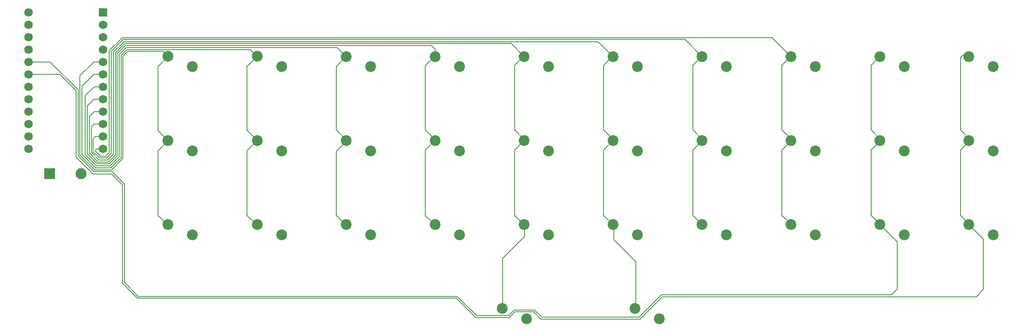
<source format=gbr>
%TF.GenerationSoftware,KiCad,Pcbnew,8.0.6*%
%TF.CreationDate,2025-04-17T08:46:24+02:00*%
%TF.ProjectId,KYBR_ORTHO,4b594252-5f4f-4525-9448-4f2e6b696361,rev?*%
%TF.SameCoordinates,Original*%
%TF.FileFunction,Copper,L2,Bot*%
%TF.FilePolarity,Positive*%
%FSLAX46Y46*%
G04 Gerber Fmt 4.6, Leading zero omitted, Abs format (unit mm)*
G04 Created by KiCad (PCBNEW 8.0.6) date 2025-04-17 08:46:24*
%MOMM*%
%LPD*%
G01*
G04 APERTURE LIST*
%TA.AperFunction,ComponentPad*%
%ADD10C,2.200000*%
%TD*%
%TA.AperFunction,ComponentPad*%
%ADD11R,2.250000X2.250000*%
%TD*%
%TA.AperFunction,ComponentPad*%
%ADD12C,2.250000*%
%TD*%
%TA.AperFunction,ComponentPad*%
%ADD13R,1.752600X1.752600*%
%TD*%
%TA.AperFunction,ComponentPad*%
%ADD14C,1.752600*%
%TD*%
%TA.AperFunction,Conductor*%
%ADD15C,0.200000*%
%TD*%
G04 APERTURE END LIST*
D10*
%TO.P,S20,1,1*%
%TO.N,Column 9*%
X250900000Y-78100000D03*
%TO.P,S20,2,2*%
%TO.N,Net-(D26-A)*%
X255900000Y-80200000D03*
%TD*%
D11*
%TO.P,SW1,1,1*%
%TO.N,GND*%
X62750000Y-84900000D03*
D12*
%TO.P,SW1,2,2*%
%TO.N,RST*%
X69250000Y-84900000D03*
%TD*%
D10*
%TO.P,S24,1,1*%
%TO.N,Column 3*%
X141700000Y-95300000D03*
%TO.P,S24,2,2*%
%TO.N,Net-(D12-A)*%
X146700000Y-97400000D03*
%TD*%
%TO.P,S14,1,1*%
%TO.N,Column 3*%
X141700000Y-78100000D03*
%TO.P,S14,2,2*%
%TO.N,Net-(D11-A)*%
X146700000Y-80200000D03*
%TD*%
%TO.P,S22,1,1*%
%TO.N,Column 1*%
X105250000Y-95300000D03*
%TO.P,S22,2,2*%
%TO.N,Net-(D6-A)*%
X110250000Y-97400000D03*
%TD*%
%TO.P,S13,1,1*%
%TO.N,Column 2*%
X123500000Y-78100000D03*
%TO.P,S13,2,2*%
%TO.N,Net-(D8-A)*%
X128500000Y-80200000D03*
%TD*%
%TO.P,S4,1,1*%
%TO.N,Column 3*%
X141700000Y-60900000D03*
%TO.P,S4,2,2*%
%TO.N,Net-(D10-A)*%
X146700000Y-63000000D03*
%TD*%
%TO.P,S2,1,1*%
%TO.N,Column 1*%
X105250000Y-60850000D03*
%TO.P,S2,2,2*%
%TO.N,Net-(D2-A)*%
X110250000Y-62950000D03*
%TD*%
%TO.P,S23,1,1*%
%TO.N,Column 2*%
X123500000Y-95300000D03*
%TO.P,S23,2,2*%
%TO.N,Net-(D9-A)*%
X128500000Y-97400000D03*
%TD*%
%TO.P,S30,1,1*%
%TO.N,Column 9*%
X250900000Y-95300000D03*
%TO.P,S30,2,2*%
%TO.N,Net-(D27-A)*%
X255900000Y-97400000D03*
%TD*%
%TO.P,S32,1,1*%
%TO.N,Column 5*%
X182600000Y-112500000D03*
%TO.P,S32,2,2*%
%TO.N,Net-(D32-A)*%
X187600000Y-114600000D03*
%TD*%
%TO.P,S18,1,1*%
%TO.N,Column 7*%
X214500000Y-78100000D03*
%TO.P,S18,2,2*%
%TO.N,Net-(D24-A)*%
X219500000Y-80200000D03*
%TD*%
%TO.P,S26,1,1*%
%TO.N,Column 5*%
X178100000Y-95300000D03*
%TO.P,S26,2,2*%
%TO.N,Net-(D18-A)*%
X183100000Y-97400000D03*
%TD*%
%TO.P,S11,1,1*%
%TO.N,Column 0*%
X87000000Y-78150000D03*
%TO.P,S11,2,2*%
%TO.N,Net-(D3-A)*%
X92000000Y-80250000D03*
%TD*%
%TO.P,S21,1,1*%
%TO.N,Column 0*%
X87000000Y-95300000D03*
%TO.P,S21,2,2*%
%TO.N,Net-(D5-A)*%
X92000000Y-97400000D03*
%TD*%
%TO.P,S10,1,1*%
%TO.N,Column 9*%
X250900000Y-60900000D03*
%TO.P,S10,2,2*%
%TO.N,Net-(D22-A)*%
X255900000Y-63000000D03*
%TD*%
%TO.P,S25,1,1*%
%TO.N,Column 4*%
X159900000Y-95300000D03*
%TO.P,S25,2,2*%
%TO.N,Net-(D15-A)*%
X164900000Y-97400000D03*
%TD*%
%TO.P,S17,1,1*%
%TO.N,Column 6*%
X196300000Y-78100000D03*
%TO.P,S17,2,2*%
%TO.N,Net-(D23-A)*%
X201300000Y-80200000D03*
%TD*%
%TO.P,S9,1,1*%
%TO.N,Column 8*%
X232700000Y-60900000D03*
%TO.P,S9,2,2*%
%TO.N,Net-(D21-A)*%
X237700000Y-63000000D03*
%TD*%
%TO.P,S7,1,1*%
%TO.N,Column 6*%
X196300000Y-60900000D03*
%TO.P,S7,2,2*%
%TO.N,Net-(D19-A)*%
X201300000Y-63000000D03*
%TD*%
%TO.P,S29,1,1*%
%TO.N,Column 8*%
X232700000Y-95300000D03*
%TO.P,S29,2,2*%
%TO.N,Net-(D28-A)*%
X237700000Y-97400000D03*
%TD*%
%TO.P,S31,1,1*%
%TO.N,Column 4*%
X155400000Y-112500000D03*
%TO.P,S31,2,2*%
%TO.N,Net-(D31-A)*%
X160400000Y-114600000D03*
%TD*%
%TO.P,S15,1,1*%
%TO.N,Column 4*%
X159900000Y-78100000D03*
%TO.P,S15,2,2*%
%TO.N,Net-(D14-A)*%
X164900000Y-80200000D03*
%TD*%
%TO.P,S8,1,1*%
%TO.N,Column 7*%
X214500000Y-60900000D03*
%TO.P,S8,2,2*%
%TO.N,Net-(D20-A)*%
X219500000Y-63000000D03*
%TD*%
%TO.P,S5,1,1*%
%TO.N,Column 4*%
X159900000Y-60900000D03*
%TO.P,S5,2,2*%
%TO.N,Net-(D13-A)*%
X164900000Y-63000000D03*
%TD*%
%TO.P,S19,1,1*%
%TO.N,Column 8*%
X232700000Y-78100000D03*
%TO.P,S19,2,2*%
%TO.N,Net-(D25-A)*%
X237700000Y-80200000D03*
%TD*%
%TO.P,S27,1,1*%
%TO.N,Column 6*%
X196300000Y-95300000D03*
%TO.P,S27,2,2*%
%TO.N,Net-(D30-A)*%
X201300000Y-97400000D03*
%TD*%
%TO.P,S3,1,1*%
%TO.N,Column 2*%
X123500000Y-60900000D03*
%TO.P,S3,2,2*%
%TO.N,Net-(D7-A)*%
X128500000Y-63000000D03*
%TD*%
%TO.P,S12,1,1*%
%TO.N,Column 1*%
X105250000Y-78100000D03*
%TO.P,S12,2,2*%
%TO.N,Net-(D4-A)*%
X110250000Y-80200000D03*
%TD*%
%TO.P,S16,1,1*%
%TO.N,Column 5*%
X178100000Y-78100000D03*
%TO.P,S16,2,2*%
%TO.N,Net-(D17-A)*%
X183100000Y-80200000D03*
%TD*%
%TO.P,S1,1,1*%
%TO.N,Column 0*%
X87000000Y-60850000D03*
%TO.P,S1,2,2*%
%TO.N,Net-(D1-A)*%
X92000000Y-62950000D03*
%TD*%
%TO.P,S6,1,1*%
%TO.N,Column 5*%
X178100000Y-60900000D03*
%TO.P,S6,2,2*%
%TO.N,Net-(D16-A)*%
X183100000Y-63000000D03*
%TD*%
%TO.P,S28,1,1*%
%TO.N,Column 7*%
X214500000Y-95300000D03*
%TO.P,S28,2,2*%
%TO.N,Net-(D29-A)*%
X219500000Y-97400000D03*
%TD*%
D13*
%TO.P,U1,1,TX0/PD3*%
%TO.N,unconnected-(U1-TX0{slash}PD3-Pad1)*%
X73720000Y-51830000D03*
D14*
%TO.P,U1,2,RX1/PD2*%
%TO.N,unconnected-(U1-RX1{slash}PD2-Pad2)*%
X73720000Y-54370000D03*
%TO.P,U1,3,GND*%
%TO.N,unconnected-(U1-GND-Pad3)*%
X73720000Y-56910000D03*
%TO.P,U1,4,GND*%
%TO.N,unconnected-(U1-GND-Pad4)*%
X73720000Y-59450000D03*
%TO.P,U1,5,2/PD1*%
%TO.N,Column 0*%
X73720000Y-61990000D03*
%TO.P,U1,6,3/PD0*%
%TO.N,Column 1*%
X73720000Y-64530000D03*
%TO.P,U1,7,4/PD4*%
%TO.N,Column 2*%
X73720000Y-67070000D03*
%TO.P,U1,8,5/PC6*%
%TO.N,Column 3*%
X73720000Y-69610000D03*
%TO.P,U1,9,6/PD7*%
%TO.N,Column 4*%
X73720000Y-72150000D03*
%TO.P,U1,10,7/PE6*%
%TO.N,Column 5*%
X73720000Y-74690000D03*
%TO.P,U1,11,8/PB4*%
%TO.N,Column 6*%
X73720000Y-77230000D03*
%TO.P,U1,12,9/PB5*%
%TO.N,Column 7*%
X73720000Y-79770000D03*
%TO.P,U1,13,10/PB6*%
%TO.N,unconnected-(U1-10{slash}PB6-Pad13)*%
X58480000Y-79770000D03*
%TO.P,U1,14,16/PB2*%
%TO.N,unconnected-(U1-16{slash}PB2-Pad14)*%
X58480000Y-77230000D03*
%TO.P,U1,15,14/PB3*%
%TO.N,Row 3*%
X58480000Y-74690000D03*
%TO.P,U1,16,15/PB1*%
%TO.N,Row 2*%
X58480000Y-72150000D03*
%TO.P,U1,17,A0/PF7*%
%TO.N,Row 1*%
X58480000Y-69610000D03*
%TO.P,U1,18,A1/PF6*%
%TO.N,Row 0*%
X58480000Y-67070000D03*
%TO.P,U1,19,A2/PF5*%
%TO.N,Column 9*%
X58480000Y-64530000D03*
%TO.P,U1,20,A3/PF4*%
%TO.N,Column 8*%
X58480000Y-61990000D03*
%TO.P,U1,21,VCC*%
%TO.N,unconnected-(U1-VCC-Pad21)*%
X58480000Y-59450000D03*
%TO.P,U1,22,RST*%
%TO.N,RST*%
X58480000Y-56910000D03*
%TO.P,U1,23,GND*%
%TO.N,GND*%
X58480000Y-54370000D03*
%TO.P,U1,24,RAW*%
%TO.N,unconnected-(U1-RAW-Pad24)*%
X58480000Y-51830000D03*
%TD*%
D15*
%TO.N,Column 0*%
X87000000Y-78150000D02*
X84925000Y-80225000D01*
X75459802Y-84100000D02*
X72040198Y-84100000D01*
X77800000Y-60859802D02*
X77800000Y-81759802D01*
X77800000Y-81759802D02*
X75459802Y-84100000D01*
X69000000Y-64800000D02*
X71810000Y-61990000D01*
X87000000Y-60850000D02*
X84925000Y-62925000D01*
X84925000Y-76075000D02*
X87000000Y-78150000D01*
X87000000Y-60850000D02*
X86000000Y-59850000D01*
X86000000Y-59850000D02*
X78809802Y-59850000D01*
X78809802Y-59850000D02*
X77800000Y-60859802D01*
X69000000Y-81059802D02*
X69000000Y-64800000D01*
X84925000Y-62925000D02*
X84925000Y-76075000D01*
X84925000Y-80225000D02*
X84925000Y-93525000D01*
X72040198Y-84100000D02*
X69000000Y-81059802D01*
X84925000Y-93425000D02*
X87000000Y-95500000D01*
X71810000Y-61990000D02*
X73720000Y-61990000D01*
%TO.N,Column 1*%
X77400000Y-81594116D02*
X75294116Y-83700000D01*
X103850000Y-59450000D02*
X78644116Y-59450000D01*
X103175000Y-62925000D02*
X103175000Y-76025000D01*
X105250000Y-60850000D02*
X103850000Y-59450000D01*
X103175000Y-80175000D02*
X103175000Y-93525000D01*
X78644116Y-59450000D02*
X77400000Y-60694116D01*
X105250000Y-60850000D02*
X103175000Y-62925000D01*
X72205884Y-83700000D02*
X69400000Y-80894116D01*
X103175000Y-93425000D02*
X105250000Y-95500000D01*
X69400000Y-67000000D02*
X71870000Y-64530000D01*
X69400000Y-80894116D02*
X69400000Y-67000000D01*
X75294116Y-83700000D02*
X72205884Y-83700000D01*
X105250000Y-78100000D02*
X103175000Y-80175000D01*
X103175000Y-76025000D02*
X105250000Y-78100000D01*
X77400000Y-60694116D02*
X77400000Y-81594116D01*
X71870000Y-64530000D02*
X73720000Y-64530000D01*
%TO.N,Column 2*%
X70100000Y-81028430D02*
X70100000Y-68900000D01*
X77000000Y-60528430D02*
X77000000Y-81428430D01*
X121425000Y-75925000D02*
X123500000Y-78000000D01*
X123500000Y-60900000D02*
X121650000Y-59050000D01*
X121650000Y-59050000D02*
X78478430Y-59050000D01*
X70100000Y-68900000D02*
X71930000Y-67070000D01*
X75128430Y-83300000D02*
X72371570Y-83300000D01*
X123500000Y-60850000D02*
X121425000Y-62925000D01*
X71930000Y-67070000D02*
X73720000Y-67070000D01*
X121425000Y-62925000D02*
X121425000Y-75925000D01*
X77000000Y-81428430D02*
X75128430Y-83300000D01*
X72371570Y-83300000D02*
X70100000Y-81028430D01*
X121425000Y-80325000D02*
X121425000Y-93525000D01*
X121425000Y-93425000D02*
X123500000Y-95500000D01*
X78478430Y-59050000D02*
X77000000Y-60528430D01*
X123500000Y-78000000D02*
X123500000Y-78250000D01*
X123500000Y-78250000D02*
X121425000Y-80325000D01*
%TO.N,Column 3*%
X70500000Y-80862744D02*
X70500000Y-71000000D01*
X74962744Y-82900000D02*
X72537256Y-82900000D01*
X139675000Y-62825000D02*
X139675000Y-75925000D01*
X76600000Y-81262744D02*
X74962744Y-82900000D01*
X71910000Y-69610000D02*
X73720000Y-69610000D01*
X141700000Y-59400000D02*
X140950000Y-58650000D01*
X76600000Y-60362744D02*
X76600000Y-81262744D01*
X139675000Y-75925000D02*
X141750000Y-78000000D01*
X141700000Y-60900000D02*
X141700000Y-59400000D01*
X140950000Y-58650000D02*
X78312744Y-58650000D01*
X71900000Y-69600000D02*
X71910000Y-69610000D01*
X141750000Y-78000000D02*
X139675000Y-80075000D01*
X139675000Y-80075000D02*
X139675000Y-93525000D01*
X141750000Y-60750000D02*
X139675000Y-62825000D01*
X72537256Y-82900000D02*
X70500000Y-80862744D01*
X139675000Y-93425000D02*
X141750000Y-95500000D01*
X78312744Y-58650000D02*
X76600000Y-60362744D01*
X70500000Y-71000000D02*
X71900000Y-69600000D01*
%TO.N,Column 4*%
X155500000Y-102238478D02*
X155500000Y-112750000D01*
X160000000Y-97738478D02*
X155500000Y-102238478D01*
X160000000Y-95500000D02*
X160000000Y-97738478D01*
X78147058Y-58250000D02*
X76200000Y-60197058D01*
X74797058Y-82500000D02*
X72702942Y-82500000D01*
X71950000Y-72150000D02*
X73720000Y-72150000D01*
X157925000Y-75925000D02*
X160000000Y-78000000D01*
X159900000Y-60900000D02*
X157250000Y-58250000D01*
X160000000Y-60600000D02*
X157925000Y-62675000D01*
X72702942Y-82500000D02*
X70900000Y-80697058D01*
X157925000Y-62675000D02*
X157925000Y-75925000D01*
X76200000Y-60197058D02*
X76200000Y-81097058D01*
X160000000Y-78000000D02*
X157925000Y-80075000D01*
X157925000Y-93425000D02*
X160000000Y-95500000D01*
X76200000Y-81097058D02*
X74797058Y-82500000D01*
X157925000Y-80075000D02*
X157925000Y-93525000D01*
X70900000Y-80697058D02*
X70900000Y-73200000D01*
X157250000Y-58250000D02*
X78147058Y-58250000D01*
X70900000Y-73200000D02*
X71950000Y-72150000D01*
%TO.N,Column 5*%
X71300000Y-80531372D02*
X71300000Y-75300000D01*
X178250000Y-78000000D02*
X176175000Y-80075000D01*
X71900000Y-74700000D02*
X72200000Y-74700000D01*
X176175000Y-80075000D02*
X176175000Y-93525000D01*
X75800000Y-60031372D02*
X75800000Y-80931372D01*
X176175000Y-93425000D02*
X178250000Y-95500000D01*
X75800000Y-80931372D02*
X74631372Y-82100000D01*
X182750000Y-102965507D02*
X182750000Y-112750000D01*
X77981372Y-57850000D02*
X75800000Y-60031372D01*
X72868628Y-82100000D02*
X71300000Y-80531372D01*
X72200000Y-74700000D02*
X72210000Y-74690000D01*
X176175000Y-62675000D02*
X176175000Y-75925000D01*
X178250000Y-95500000D02*
X178250000Y-98465507D01*
X178100000Y-60900000D02*
X175050000Y-57850000D01*
X178250000Y-98465507D02*
X182750000Y-102965507D01*
X72210000Y-74690000D02*
X73720000Y-74690000D01*
X178250000Y-60600000D02*
X176175000Y-62675000D01*
X74631372Y-82100000D02*
X72868628Y-82100000D01*
X175050000Y-57850000D02*
X77981372Y-57850000D01*
X176175000Y-75925000D02*
X178250000Y-78000000D01*
X71300000Y-75300000D02*
X71900000Y-74700000D01*
%TO.N,Column 6*%
X194425000Y-62675000D02*
X194425000Y-75925000D01*
X194425000Y-93425000D02*
X196500000Y-95500000D01*
X74465686Y-81700000D02*
X73034314Y-81700000D01*
X71700000Y-80365686D02*
X71700000Y-77700000D01*
X194425000Y-80075000D02*
X194425000Y-93525000D01*
X71700000Y-77700000D02*
X72170000Y-77230000D01*
X75400000Y-59865686D02*
X75400000Y-80765686D01*
X73034314Y-81700000D02*
X71700000Y-80365686D01*
X196500000Y-78000000D02*
X194425000Y-80075000D01*
X194425000Y-75925000D02*
X196500000Y-78000000D01*
X196500000Y-60600000D02*
X194425000Y-62675000D01*
X77865686Y-57400000D02*
X75400000Y-59865686D01*
X72170000Y-77230000D02*
X73720000Y-77230000D01*
X192800000Y-57400000D02*
X77865686Y-57400000D01*
X75400000Y-80765686D02*
X74465686Y-81700000D01*
X196300000Y-60900000D02*
X192800000Y-57400000D01*
%TO.N,Column 7*%
X212675000Y-80075000D02*
X212675000Y-93525000D01*
X210600000Y-57000000D02*
X77700000Y-57000000D01*
X212675000Y-93425000D02*
X214750000Y-95500000D01*
X75000000Y-80600000D02*
X74300000Y-81300000D01*
X72200000Y-80000000D02*
X72430000Y-79770000D01*
X73200000Y-81300000D02*
X72200000Y-80300000D01*
X212675000Y-62675000D02*
X212675000Y-75925000D01*
X214500000Y-60900000D02*
X210600000Y-57000000D01*
X77700000Y-57000000D02*
X75000000Y-59700000D01*
X214750000Y-60600000D02*
X212675000Y-62675000D01*
X74300000Y-81300000D02*
X73200000Y-81300000D01*
X212675000Y-75925000D02*
X214750000Y-78000000D01*
X72200000Y-80300000D02*
X72200000Y-80000000D01*
X214750000Y-78000000D02*
X212675000Y-80075000D01*
X72430000Y-79770000D02*
X73720000Y-79770000D01*
X75000000Y-59700000D02*
X75000000Y-80600000D01*
%TO.N,Column 8*%
X230925000Y-75925000D02*
X233000000Y-78000000D01*
X80900000Y-110000000D02*
X78100000Y-107200000D01*
X232700000Y-95300000D02*
X236300000Y-98900000D01*
X68600000Y-67700000D02*
X62890000Y-61990000D01*
X235100000Y-109700000D02*
X188000000Y-109700000D01*
X230925000Y-62675000D02*
X230925000Y-75925000D01*
X71874512Y-84500000D02*
X68600000Y-81225488D01*
X75600000Y-84500000D02*
X71874512Y-84500000D01*
X156717157Y-113917157D02*
X150117157Y-113917157D01*
X236300000Y-98900000D02*
X236300000Y-108500000D01*
X230925000Y-80075000D02*
X230925000Y-93525000D01*
X188000000Y-109700000D02*
X183400000Y-114300000D01*
X230925000Y-93425000D02*
X233000000Y-95500000D01*
X157834314Y-112800000D02*
X156717157Y-113917157D01*
X150117157Y-113917157D02*
X146200000Y-110000000D01*
X68600000Y-81225488D02*
X68600000Y-67700000D01*
X233000000Y-60600000D02*
X230925000Y-62675000D01*
X146200000Y-110000000D02*
X80900000Y-110000000D01*
X236300000Y-108500000D02*
X235100000Y-109700000D01*
X233000000Y-78000000D02*
X230925000Y-80075000D01*
X162000000Y-112800000D02*
X157834314Y-112800000D01*
X163500000Y-114300000D02*
X162000000Y-112800000D01*
X62890000Y-61990000D02*
X58480000Y-61990000D01*
X78100000Y-87000000D02*
X75600000Y-84500000D01*
X183400000Y-114300000D02*
X163500000Y-114300000D01*
X78100000Y-107200000D02*
X78100000Y-87000000D01*
%TO.N,Column 9*%
X163300000Y-114700000D02*
X161800000Y-113200000D01*
X249175000Y-93425000D02*
X251250000Y-95500000D01*
X249175000Y-80075000D02*
X249175000Y-93525000D01*
X188165686Y-110100000D02*
X183565686Y-114700000D01*
X149951471Y-114317157D02*
X146034314Y-110400000D01*
X252400000Y-110100000D02*
X188165686Y-110100000D01*
X64817157Y-64482843D02*
X64770000Y-64530000D01*
X64770000Y-64530000D02*
X58480000Y-64530000D01*
X183565686Y-114700000D02*
X163300000Y-114700000D01*
X249175000Y-75925000D02*
X251250000Y-78000000D01*
X77700000Y-87200000D02*
X75500000Y-85000000D01*
X161800000Y-113200000D02*
X158000000Y-113200000D01*
X68200000Y-67865686D02*
X64817157Y-64482843D01*
X77700000Y-107365686D02*
X77700000Y-87200000D01*
X249175000Y-61119366D02*
X249175000Y-75925000D01*
X71700000Y-85000000D02*
X68200000Y-81500000D01*
X80734314Y-110400000D02*
X77700000Y-107365686D01*
X146034314Y-110400000D02*
X80734314Y-110400000D01*
X251250000Y-78000000D02*
X249175000Y-80075000D01*
X75500000Y-85000000D02*
X71700000Y-85000000D01*
X251250000Y-60600000D02*
X249694366Y-60600000D01*
X68200000Y-81500000D02*
X68200000Y-67865686D01*
X156882843Y-114317157D02*
X149951471Y-114317157D01*
X253900000Y-108600000D02*
X252400000Y-110100000D01*
X158000000Y-113200000D02*
X156882843Y-114317157D01*
X249694366Y-60600000D02*
X249175000Y-61119366D01*
X253900000Y-98300000D02*
X253900000Y-108600000D01*
X250900000Y-95300000D02*
X253900000Y-98300000D01*
%TO.N,unconnected-(U1-GND-Pad4)*%
X73703872Y-59942157D02*
X73596028Y-60050000D01*
%TD*%
M02*

</source>
